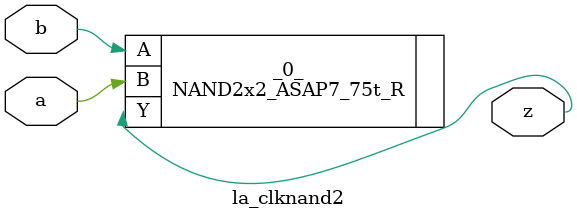
<source format=v>

/* Generated by Yosys 0.44 (git sha1 80ba43d26, g++ 11.4.0-1ubuntu1~22.04 -fPIC -O3) */

(* top =  1  *)
(* src = "generated" *)
module la_clknand2 (
    a,
    b,
    z
);
  (* src = "generated" *)
  input a;
  wire a;
  (* src = "generated" *)
  input b;
  wire b;
  (* src = "generated" *)
  output z;
  wire z;
  NAND2x2_ASAP7_75t_R _0_ (
      .A(b),
      .B(a),
      .Y(z)
  );
endmodule

</source>
